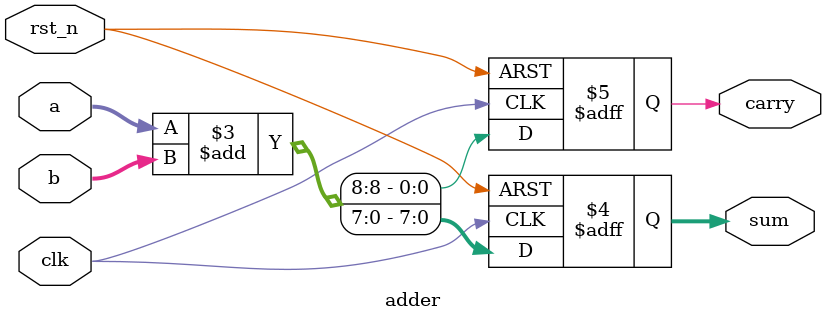
<source format=v>
/**
 * Module 3: Simple Adder
 * 
 * A basic 8-bit adder for UVM testing.
 * 
 * Ports:
 *   clk:    Clock signal
 *   rst_n:  Active-low reset
 *   a:      Operand A
 *   b:      Operand B
 *   sum:    Sum output
 *   carry:  Carry output
 */

module adder (
    input  wire       clk,
    input  wire       rst_n,
    input  wire [7:0] a,
    input  wire [7:0] b,
    output reg  [7:0] sum,
    output reg        carry
);

    always @(posedge clk or negedge rst_n) begin
        if (!rst_n) begin
            sum <= 8'h00;
            carry <= 1'b0;
        end else begin
            {carry, sum} <= a + b;
        end
    end

endmodule


</source>
